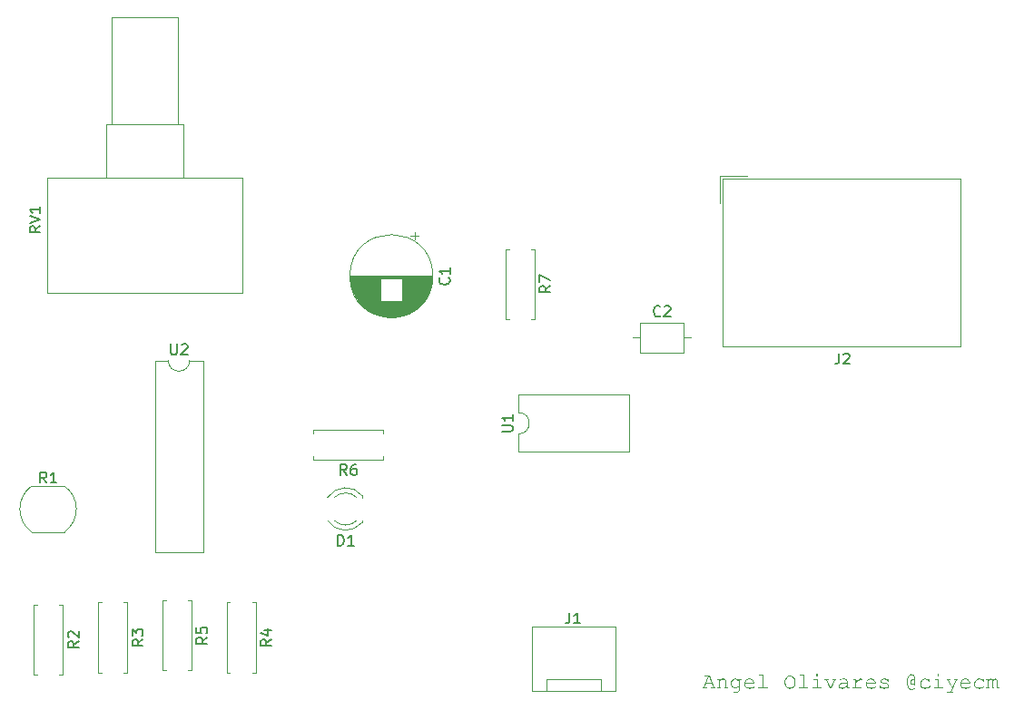
<source format=gbr>
%TF.GenerationSoftware,KiCad,Pcbnew,9.0.2*%
%TF.CreationDate,2025-06-20T12:04:20-04:00*%
%TF.ProjectId,Block,426c6f63-6b2e-46b6-9963-61645f706362,rev?*%
%TF.SameCoordinates,Original*%
%TF.FileFunction,Legend,Top*%
%TF.FilePolarity,Positive*%
%FSLAX46Y46*%
G04 Gerber Fmt 4.6, Leading zero omitted, Abs format (unit mm)*
G04 Created by KiCad (PCBNEW 9.0.2) date 2025-06-20 12:04:20*
%MOMM*%
%LPD*%
G01*
G04 APERTURE LIST*
%ADD10C,0.100000*%
%ADD11C,0.150000*%
%ADD12C,0.120000*%
G04 APERTURE END LIST*
D10*
G36*
X93120983Y-78657072D02*
G01*
X93187569Y-78657072D01*
X93215542Y-78660548D01*
X93231625Y-78669162D01*
X93241565Y-78682920D01*
X93244997Y-78701036D01*
X93241629Y-78718382D01*
X93231625Y-78732452D01*
X93215493Y-78741407D01*
X93187569Y-78745000D01*
X92866909Y-78745000D01*
X92838082Y-78741381D01*
X92821755Y-78732452D01*
X92811822Y-78718389D01*
X92808474Y-78701036D01*
X92811886Y-78682912D01*
X92821755Y-78669162D01*
X92838033Y-78660574D01*
X92866909Y-78657072D01*
X93030857Y-78657072D01*
X92912979Y-78346395D01*
X92347404Y-78346395D01*
X92231542Y-78657072D01*
X92396589Y-78657072D01*
X92424481Y-78660545D01*
X92440553Y-78669162D01*
X92450493Y-78682920D01*
X92453925Y-78701036D01*
X92450557Y-78718382D01*
X92440553Y-78732452D01*
X92424431Y-78741410D01*
X92396589Y-78745000D01*
X92074829Y-78745000D01*
X92046891Y-78741411D01*
X92030683Y-78732452D01*
X92020750Y-78718389D01*
X92017402Y-78701036D01*
X92020814Y-78682912D01*
X92030683Y-78669162D01*
X92046842Y-78660544D01*
X92074829Y-78657072D01*
X92141416Y-78657072D01*
X92289113Y-78258468D01*
X92380194Y-78258468D01*
X92880190Y-78258468D01*
X92642511Y-77631252D01*
X92610729Y-77631252D01*
X92380194Y-78258468D01*
X92289113Y-78258468D01*
X92521519Y-77631252D01*
X92267445Y-77631252D01*
X92239449Y-77627803D01*
X92223299Y-77619254D01*
X92213426Y-77605429D01*
X92210018Y-77587288D01*
X92213430Y-77569164D01*
X92223299Y-77555415D01*
X92239458Y-77546797D01*
X92267445Y-77543325D01*
X92700854Y-77543325D01*
X93120983Y-78657072D01*
G37*
G36*
X93610262Y-77854002D02*
G01*
X93610262Y-77982962D01*
X93701056Y-77903350D01*
X93773203Y-77858948D01*
X93849270Y-77833526D01*
X93937151Y-77824692D01*
X94031999Y-77835398D01*
X94116486Y-77866733D01*
X94169424Y-77905890D01*
X94220533Y-77968765D01*
X94255870Y-78042022D01*
X94267153Y-78114761D01*
X94267153Y-78657072D01*
X94339877Y-78657072D01*
X94367768Y-78660545D01*
X94383840Y-78669162D01*
X94393781Y-78682920D01*
X94397213Y-78701036D01*
X94393845Y-78718382D01*
X94383840Y-78732452D01*
X94367719Y-78741410D01*
X94339877Y-78745000D01*
X94109342Y-78745000D01*
X94080515Y-78741381D01*
X94064187Y-78732452D01*
X94054255Y-78718389D01*
X94050907Y-78701036D01*
X94054318Y-78682912D01*
X94064187Y-78669162D01*
X94080466Y-78660574D01*
X94109342Y-78657072D01*
X94181058Y-78657072D01*
X94181058Y-78129691D01*
X94173572Y-78071788D01*
X94151637Y-78021067D01*
X94114379Y-77975635D01*
X94066531Y-77941432D01*
X94008100Y-77920184D01*
X93936143Y-77912620D01*
X93855003Y-77921364D01*
X93788498Y-77946051D01*
X93722892Y-77994877D01*
X93610262Y-78111922D01*
X93610262Y-78657072D01*
X93707623Y-78657072D01*
X93735596Y-78660548D01*
X93751679Y-78669162D01*
X93761619Y-78682920D01*
X93765051Y-78701036D01*
X93761683Y-78718382D01*
X93751679Y-78732452D01*
X93735547Y-78741407D01*
X93707623Y-78745000D01*
X93426897Y-78745000D01*
X93398959Y-78741411D01*
X93382750Y-78732452D01*
X93372817Y-78718389D01*
X93369469Y-78701036D01*
X93372881Y-78682912D01*
X93382750Y-78669162D01*
X93398910Y-78660544D01*
X93426897Y-78657072D01*
X93524258Y-78657072D01*
X93524258Y-77941929D01*
X93451443Y-77941929D01*
X93423556Y-77938413D01*
X93407388Y-77929656D01*
X93397489Y-77915743D01*
X93394107Y-77897965D01*
X93397455Y-77880612D01*
X93407388Y-77866550D01*
X93423586Y-77857587D01*
X93451443Y-77854002D01*
X93610262Y-77854002D01*
G37*
G36*
X95164568Y-77832306D02*
G01*
X95241008Y-77854544D01*
X95311162Y-77891342D01*
X95376206Y-77943745D01*
X95436771Y-78013828D01*
X95436771Y-77854002D01*
X95638638Y-77854002D01*
X95666591Y-77857524D01*
X95682693Y-77866275D01*
X95692663Y-77880195D01*
X95696065Y-77897965D01*
X95692698Y-77915311D01*
X95682693Y-77929381D01*
X95666561Y-77938337D01*
X95638638Y-77941929D01*
X95522867Y-77941929D01*
X95522867Y-78801603D01*
X95513385Y-78884147D01*
X95485956Y-78955384D01*
X95455214Y-78998881D01*
X95403982Y-79048532D01*
X95346592Y-79091487D01*
X95299476Y-79117226D01*
X95247923Y-79132016D01*
X95173447Y-79137742D01*
X94929540Y-79137742D01*
X94901614Y-79134319D01*
X94885484Y-79125835D01*
X94875606Y-79112199D01*
X94872204Y-79094328D01*
X94875592Y-79076281D01*
X94885484Y-79062179D01*
X94901663Y-79053354D01*
X94929540Y-79049815D01*
X95176561Y-79049815D01*
X95249014Y-79039994D01*
X95313306Y-79010980D01*
X95368051Y-78964410D01*
X95414240Y-78897773D01*
X95430668Y-78851248D01*
X95436771Y-78788505D01*
X95436771Y-78531318D01*
X95376149Y-78601864D01*
X95311074Y-78654573D01*
X95240921Y-78691563D01*
X95164512Y-78713905D01*
X95080207Y-78721552D01*
X94994362Y-78713275D01*
X94915808Y-78688943D01*
X94842846Y-78648313D01*
X94774293Y-78589844D01*
X94717657Y-78520057D01*
X94677914Y-78444837D01*
X94653912Y-78362926D01*
X94645699Y-78272573D01*
X94732802Y-78272573D01*
X94739463Y-78346392D01*
X94758858Y-78412789D01*
X94790853Y-78473251D01*
X94836300Y-78528845D01*
X94891380Y-78575218D01*
X94950345Y-78607561D01*
X95014168Y-78626996D01*
X95084237Y-78633625D01*
X95154352Y-78627001D01*
X95218287Y-78607572D01*
X95277421Y-78575227D01*
X95332724Y-78528845D01*
X95378434Y-78473218D01*
X95410594Y-78412746D01*
X95430081Y-78346362D01*
X95436771Y-78272573D01*
X95430075Y-78198827D01*
X95410581Y-78132573D01*
X95378421Y-78072303D01*
X95332724Y-78016942D01*
X95277449Y-77970781D01*
X95218322Y-77938574D01*
X95154376Y-77919220D01*
X95084237Y-77912620D01*
X95014173Y-77919253D01*
X94950352Y-77938703D01*
X94891386Y-77971074D01*
X94836300Y-78017492D01*
X94790802Y-78073053D01*
X94758812Y-78133318D01*
X94739445Y-78199336D01*
X94732802Y-78272573D01*
X94645699Y-78272573D01*
X94653918Y-78182263D01*
X94677928Y-78100482D01*
X94717669Y-78025463D01*
X94774293Y-77955942D01*
X94842819Y-77897696D01*
X94915773Y-77857204D01*
X94994338Y-77832946D01*
X95080207Y-77824692D01*
X95164568Y-77832306D01*
G37*
G36*
X96493590Y-77833817D02*
G01*
X96584486Y-77860123D01*
X96665274Y-77903051D01*
X96737639Y-77963453D01*
X96796385Y-78036789D01*
X96838218Y-78119764D01*
X96863658Y-78214287D01*
X96871820Y-78322948D01*
X95994744Y-78322948D01*
X96012473Y-78403795D01*
X96041680Y-78474411D01*
X96082185Y-78536368D01*
X96134603Y-78590760D01*
X96195905Y-78634662D01*
X96263859Y-78666154D01*
X96339722Y-78685528D01*
X96425130Y-78692243D01*
X96521980Y-78684368D01*
X96626905Y-78659637D01*
X96725580Y-78620243D01*
X96799097Y-78573175D01*
X96818567Y-78560788D01*
X96832894Y-78557421D01*
X96848161Y-78560642D01*
X96861653Y-78570610D01*
X96870862Y-78584908D01*
X96873927Y-78601568D01*
X96870115Y-78618535D01*
X96857532Y-78636189D01*
X96821504Y-78666864D01*
X96765361Y-78699646D01*
X96682776Y-78734467D01*
X96555464Y-78768773D01*
X96425130Y-78780170D01*
X96316815Y-78770674D01*
X96220549Y-78743183D01*
X96134047Y-78698150D01*
X96055652Y-78634632D01*
X95990305Y-78557180D01*
X95944604Y-78473704D01*
X95917060Y-78382780D01*
X95907641Y-78282373D01*
X95912191Y-78235020D01*
X95995751Y-78235020D01*
X96784808Y-78235020D01*
X96758088Y-78144738D01*
X96713469Y-78067932D01*
X96649986Y-78002288D01*
X96573181Y-77952734D01*
X96487452Y-77922890D01*
X96390234Y-77912620D01*
X96293020Y-77922786D01*
X96207476Y-77952290D01*
X96131031Y-78001188D01*
X96067952Y-78066229D01*
X96023113Y-78143347D01*
X95995751Y-78235020D01*
X95912191Y-78235020D01*
X95916402Y-78191190D01*
X95942107Y-78108101D01*
X95984947Y-78031271D01*
X96046493Y-77959423D01*
X96119914Y-77900564D01*
X96200587Y-77858874D01*
X96290007Y-77833458D01*
X96390234Y-77824692D01*
X96493590Y-77833817D01*
G37*
G36*
X97708504Y-77455397D02*
G01*
X97708504Y-78657072D01*
X98046659Y-78657072D01*
X98075520Y-78660577D01*
X98091721Y-78669162D01*
X98101662Y-78682920D01*
X98105094Y-78701036D01*
X98101726Y-78718382D01*
X98091721Y-78732452D01*
X98075470Y-78741377D01*
X98046659Y-78745000D01*
X97284346Y-78745000D01*
X97256408Y-78741411D01*
X97240199Y-78732452D01*
X97230266Y-78718389D01*
X97226919Y-78701036D01*
X97230330Y-78682912D01*
X97240199Y-78669162D01*
X97256359Y-78660544D01*
X97284346Y-78657072D01*
X97622409Y-78657072D01*
X97622409Y-77543325D01*
X97374472Y-77543325D01*
X97346441Y-77539800D01*
X97329867Y-77530960D01*
X97319545Y-77516813D01*
X97316037Y-77498811D01*
X97319378Y-77481727D01*
X97329317Y-77467854D01*
X97345635Y-77458993D01*
X97374472Y-77455397D01*
X97708504Y-77455397D01*
G37*
G36*
X100275376Y-77528907D02*
G01*
X100362288Y-77555922D01*
X100446528Y-77601851D01*
X100521068Y-77662707D01*
X100584949Y-77738248D01*
X100638594Y-77830371D01*
X100677351Y-77930082D01*
X100700846Y-78036187D01*
X100708845Y-78150024D01*
X100700931Y-78263161D01*
X100677640Y-78369134D01*
X100639144Y-78469219D01*
X100585760Y-78561578D01*
X100521887Y-78637265D01*
X100447077Y-78698196D01*
X100362487Y-78744144D01*
X100275388Y-78771150D01*
X100184211Y-78780170D01*
X100084730Y-78769440D01*
X99991789Y-78737493D01*
X99903290Y-78683172D01*
X99817847Y-78603400D01*
X99749854Y-78510889D01*
X99700720Y-78406129D01*
X99670231Y-78286834D01*
X99659577Y-78150024D01*
X99745581Y-78150024D01*
X99754684Y-78268352D01*
X99780697Y-78371265D01*
X99822536Y-78461364D01*
X99880312Y-78540660D01*
X99953243Y-78609632D01*
X100027346Y-78656143D01*
X100103763Y-78683224D01*
X100184211Y-78692243D01*
X100276712Y-78681836D01*
X100358613Y-78651451D01*
X100432467Y-78600567D01*
X100499742Y-78526372D01*
X100553218Y-78440417D01*
X100591080Y-78349802D01*
X100613961Y-78253450D01*
X100621741Y-78150024D01*
X100613982Y-78047187D01*
X100591134Y-77951122D01*
X100553277Y-77860517D01*
X100499742Y-77774317D01*
X100432427Y-77699800D01*
X100358559Y-77648726D01*
X100276673Y-77618243D01*
X100184211Y-77607805D01*
X100097696Y-77617519D01*
X100018426Y-77646269D01*
X99944338Y-77695004D01*
X99874175Y-77766624D01*
X99818437Y-77849164D01*
X99778510Y-77939527D01*
X99754029Y-78039187D01*
X99745581Y-78150024D01*
X99659577Y-78150024D01*
X99670255Y-78012609D01*
X99700780Y-77893057D01*
X99749918Y-77788332D01*
X99817847Y-77696099D01*
X99903256Y-77616600D01*
X99991746Y-77562443D01*
X100084700Y-77530581D01*
X100184211Y-77519877D01*
X100275376Y-77528907D01*
G37*
G36*
X101484987Y-77455397D02*
G01*
X101484987Y-78657072D01*
X101823142Y-78657072D01*
X101852003Y-78660577D01*
X101868204Y-78669162D01*
X101878145Y-78682920D01*
X101881577Y-78701036D01*
X101878209Y-78718382D01*
X101868204Y-78732452D01*
X101851953Y-78741377D01*
X101823142Y-78745000D01*
X101060829Y-78745000D01*
X101032891Y-78741411D01*
X101016682Y-78732452D01*
X101006749Y-78718389D01*
X101003401Y-78701036D01*
X101006813Y-78682912D01*
X101016682Y-78669162D01*
X101032842Y-78660544D01*
X101060829Y-78657072D01*
X101398892Y-78657072D01*
X101398892Y-77543325D01*
X101150955Y-77543325D01*
X101122924Y-77539800D01*
X101106350Y-77530960D01*
X101096028Y-77516813D01*
X101092520Y-77498811D01*
X101095861Y-77481727D01*
X101105800Y-77467854D01*
X101122118Y-77458993D01*
X101150955Y-77455397D01*
X101484987Y-77455397D01*
G37*
G36*
X102742807Y-77414364D02*
G01*
X102742807Y-77637114D01*
X102615771Y-77637114D01*
X102615771Y-77414364D01*
X102742807Y-77414364D01*
G37*
G36*
X102745922Y-77854002D02*
G01*
X102745922Y-78657072D01*
X103083984Y-78657072D01*
X103112846Y-78660577D01*
X103129047Y-78669162D01*
X103138987Y-78682920D01*
X103142419Y-78701036D01*
X103139051Y-78718382D01*
X103129047Y-78732452D01*
X103112796Y-78741377D01*
X103083984Y-78745000D01*
X102321672Y-78745000D01*
X102293734Y-78741411D01*
X102277525Y-78732452D01*
X102267592Y-78718389D01*
X102264244Y-78701036D01*
X102267656Y-78682912D01*
X102277525Y-78669162D01*
X102293685Y-78660544D01*
X102321672Y-78657072D01*
X102659826Y-78657072D01*
X102659826Y-77941929D01*
X102408775Y-77941929D01*
X102380744Y-77938405D01*
X102364170Y-77929564D01*
X102353796Y-77915572D01*
X102350340Y-77898515D01*
X102353731Y-77880484D01*
X102363620Y-77866458D01*
X102379938Y-77857597D01*
X102408775Y-77854002D01*
X102745922Y-77854002D01*
G37*
G36*
X104034425Y-78745000D02*
G01*
X103888886Y-78745000D01*
X103535437Y-77941929D01*
X103447326Y-77941929D01*
X103419358Y-77938410D01*
X103403179Y-77929656D01*
X103393280Y-77915743D01*
X103389898Y-77897965D01*
X103393246Y-77880612D01*
X103403179Y-77866550D01*
X103419388Y-77857590D01*
X103447326Y-77854002D01*
X103770093Y-77854002D01*
X103797965Y-77857521D01*
X103814057Y-77866275D01*
X103824027Y-77880195D01*
X103827429Y-77897965D01*
X103824061Y-77915311D01*
X103814057Y-77929381D01*
X103797935Y-77938340D01*
X103770093Y-77941929D01*
X103627669Y-77941929D01*
X103943200Y-78657072D01*
X103981119Y-78657072D01*
X104290605Y-77941929D01*
X104147173Y-77941929D01*
X104119206Y-77938410D01*
X104103026Y-77929656D01*
X104093128Y-77915743D01*
X104089746Y-77897965D01*
X104093094Y-77880612D01*
X104103026Y-77866550D01*
X104119235Y-77857590D01*
X104147173Y-77854002D01*
X104470948Y-77854002D01*
X104499701Y-77857575D01*
X104515461Y-77866275D01*
X104525003Y-77880150D01*
X104528284Y-77897965D01*
X104525036Y-77915355D01*
X104515461Y-77929381D01*
X104499670Y-77938285D01*
X104470948Y-77941929D01*
X104383845Y-77941929D01*
X104034425Y-78745000D01*
G37*
G36*
X105312953Y-77834664D02*
G01*
X105395990Y-77862130D01*
X105461230Y-77905201D01*
X105513457Y-77963401D01*
X105542816Y-78023350D01*
X105552455Y-78087101D01*
X105552455Y-78657072D01*
X105667219Y-78657072D01*
X105696080Y-78660577D01*
X105712281Y-78669162D01*
X105722222Y-78682920D01*
X105725654Y-78701036D01*
X105722286Y-78718382D01*
X105712281Y-78732452D01*
X105696030Y-78741377D01*
X105667219Y-78745000D01*
X105465443Y-78745000D01*
X105465443Y-78620436D01*
X105366664Y-78692424D01*
X105267825Y-78741696D01*
X105167700Y-78770576D01*
X105064733Y-78780170D01*
X104964480Y-78770447D01*
X104885425Y-78743577D01*
X104822932Y-78701219D01*
X104774118Y-78643961D01*
X104745548Y-78580258D01*
X104735829Y-78507687D01*
X104735840Y-78507595D01*
X104821925Y-78507595D01*
X104828694Y-78556837D01*
X104848631Y-78600056D01*
X104882833Y-78638937D01*
X104926588Y-78667129D01*
X104984493Y-78685472D01*
X105060703Y-78692243D01*
X105169087Y-78680942D01*
X105268156Y-78647638D01*
X105361698Y-78592456D01*
X105465443Y-78505580D01*
X105465443Y-78315804D01*
X105337308Y-78290158D01*
X105194883Y-78281915D01*
X105072229Y-78292107D01*
X104976456Y-78319964D01*
X104901884Y-78362973D01*
X104856072Y-78407755D01*
X104830402Y-78455335D01*
X104821925Y-78507595D01*
X104735840Y-78507595D01*
X104742721Y-78447926D01*
X104763286Y-78392225D01*
X104798466Y-78339189D01*
X104850593Y-78287960D01*
X104909663Y-78249345D01*
X104983081Y-78219998D01*
X105073881Y-78200910D01*
X105185724Y-78193988D01*
X105314776Y-78201864D01*
X105465443Y-78226411D01*
X105465443Y-78087376D01*
X105458484Y-78043379D01*
X105437398Y-78003008D01*
X105399864Y-77964735D01*
X105353167Y-77937543D01*
X105289317Y-77919419D01*
X105203127Y-77912620D01*
X105094104Y-77925170D01*
X104921301Y-77972429D01*
X104879261Y-77982962D01*
X104864095Y-77979885D01*
X104851051Y-77970505D01*
X104842322Y-77956592D01*
X104839327Y-77939273D01*
X104842026Y-77922997D01*
X104849585Y-77911154D01*
X104875074Y-77896749D01*
X104965356Y-77868381D01*
X105116437Y-77833738D01*
X105207157Y-77824692D01*
X105312953Y-77834664D01*
G37*
G36*
X106373752Y-77854002D02*
G01*
X106373752Y-78072172D01*
X106534149Y-77938933D01*
X106625353Y-77879464D01*
X106708496Y-77846405D01*
X106779592Y-77836416D01*
X106829104Y-77842035D01*
X106876380Y-77858948D01*
X106922474Y-77888073D01*
X106976835Y-77939417D01*
X106988603Y-77966292D01*
X106985343Y-77984219D01*
X106975780Y-77998624D01*
X106961451Y-78008184D01*
X106943540Y-78011447D01*
X106926046Y-78007875D01*
X106899485Y-77985343D01*
X106863758Y-77954419D01*
X106836928Y-77937533D01*
X106810045Y-77927520D01*
X106784630Y-77924344D01*
X106726825Y-77934081D01*
X106648892Y-77968765D01*
X106557532Y-78031764D01*
X106373752Y-78185470D01*
X106373752Y-78657072D01*
X106754954Y-78657072D01*
X106783816Y-78660577D01*
X106800017Y-78669162D01*
X106809957Y-78682920D01*
X106813389Y-78701036D01*
X106810021Y-78718382D01*
X106800017Y-78732452D01*
X106783766Y-78741377D01*
X106754954Y-78745000D01*
X106079745Y-78745000D01*
X106051777Y-78741481D01*
X106035598Y-78732726D01*
X106025692Y-78718751D01*
X106022317Y-78701036D01*
X106025554Y-78683788D01*
X106035140Y-78669712D01*
X106051018Y-78660736D01*
X106079745Y-78657072D01*
X106287748Y-78657072D01*
X106287748Y-77941929D01*
X106128929Y-77941929D01*
X106100962Y-77938410D01*
X106084782Y-77929656D01*
X106074884Y-77915743D01*
X106071502Y-77897965D01*
X106074749Y-77880575D01*
X106084324Y-77866550D01*
X106100192Y-77857642D01*
X106128929Y-77854002D01*
X106373752Y-77854002D01*
G37*
G36*
X107823039Y-77833817D02*
G01*
X107913935Y-77860123D01*
X107994722Y-77903051D01*
X108067088Y-77963453D01*
X108125834Y-78036789D01*
X108167667Y-78119764D01*
X108193107Y-78214287D01*
X108201269Y-78322948D01*
X107324193Y-78322948D01*
X107341922Y-78403795D01*
X107371129Y-78474411D01*
X107411634Y-78536368D01*
X107464052Y-78590760D01*
X107525354Y-78634662D01*
X107593308Y-78666154D01*
X107669171Y-78685528D01*
X107754579Y-78692243D01*
X107851429Y-78684368D01*
X107956354Y-78659637D01*
X108055028Y-78620243D01*
X108128545Y-78573175D01*
X108148016Y-78560788D01*
X108162342Y-78557421D01*
X108177609Y-78560642D01*
X108191102Y-78570610D01*
X108200311Y-78584908D01*
X108203375Y-78601568D01*
X108199564Y-78618535D01*
X108186980Y-78636189D01*
X108150953Y-78666864D01*
X108094810Y-78699646D01*
X108012225Y-78734467D01*
X107884912Y-78768773D01*
X107754579Y-78780170D01*
X107646264Y-78770674D01*
X107549998Y-78743183D01*
X107463496Y-78698150D01*
X107385101Y-78634632D01*
X107319754Y-78557180D01*
X107274053Y-78473704D01*
X107246509Y-78382780D01*
X107237090Y-78282373D01*
X107241640Y-78235020D01*
X107325200Y-78235020D01*
X108114257Y-78235020D01*
X108087537Y-78144738D01*
X108042918Y-78067932D01*
X107979435Y-78002288D01*
X107902630Y-77952734D01*
X107816901Y-77922890D01*
X107719683Y-77912620D01*
X107622469Y-77922786D01*
X107536924Y-77952290D01*
X107460480Y-78001188D01*
X107397401Y-78066229D01*
X107352562Y-78143347D01*
X107325200Y-78235020D01*
X107241640Y-78235020D01*
X107245851Y-78191190D01*
X107271556Y-78108101D01*
X107314395Y-78031271D01*
X107375942Y-77959423D01*
X107449363Y-77900564D01*
X107530036Y-77858874D01*
X107619456Y-77833458D01*
X107719683Y-77824692D01*
X107823039Y-77833817D01*
G37*
G36*
X109278746Y-77912620D02*
G01*
X109282250Y-77884499D01*
X109291019Y-77867923D01*
X109304918Y-77857472D01*
X109321794Y-77854002D01*
X109339564Y-77857404D01*
X109353484Y-77867374D01*
X109362271Y-77883616D01*
X109365849Y-77912528D01*
X109365849Y-78060265D01*
X109362327Y-78088313D01*
X109353576Y-78104503D01*
X109339651Y-78114398D01*
X109321794Y-78117784D01*
X109305661Y-78114942D01*
X109292576Y-78106610D01*
X109283702Y-78092974D01*
X109278838Y-78070065D01*
X109269242Y-78032328D01*
X109248604Y-77999176D01*
X109215273Y-77969498D01*
X109156630Y-77939181D01*
X109083656Y-77919680D01*
X108992890Y-77912620D01*
X108898102Y-77920081D01*
X108824825Y-77940345D01*
X108768492Y-77971330D01*
X108733177Y-78004061D01*
X108714125Y-78036566D01*
X108708042Y-78070157D01*
X108715344Y-78107513D01*
X108737896Y-78141355D01*
X108779758Y-78173196D01*
X108840559Y-78196053D01*
X108966237Y-78217435D01*
X109131574Y-78240678D01*
X109215273Y-78261582D01*
X109278652Y-78290184D01*
X109327147Y-78323482D01*
X109363285Y-78361233D01*
X109390733Y-78405595D01*
X109406701Y-78451122D01*
X109412011Y-78498803D01*
X109400973Y-78567342D01*
X109367176Y-78631766D01*
X109306407Y-78694441D01*
X109252157Y-78729604D01*
X109184507Y-78756384D01*
X109100603Y-78773834D01*
X108997012Y-78780170D01*
X108895495Y-78773003D01*
X108807330Y-78752579D01*
X108730393Y-78719917D01*
X108662979Y-78675207D01*
X108658858Y-78720362D01*
X108643928Y-78737855D01*
X108619931Y-78745000D01*
X108602927Y-78741699D01*
X108589157Y-78731902D01*
X108580397Y-78716018D01*
X108576884Y-78688579D01*
X108576884Y-78514190D01*
X108580257Y-78486692D01*
X108588607Y-78470867D01*
X108602140Y-78461131D01*
X108619931Y-78457770D01*
X108636996Y-78460928D01*
X108651164Y-78470318D01*
X108660649Y-78484633D01*
X108663987Y-78503840D01*
X108670125Y-78546975D01*
X108687526Y-78580960D01*
X108731538Y-78623213D01*
X108801831Y-78660736D01*
X108885362Y-78683748D01*
X108993898Y-78692243D01*
X109104727Y-78683974D01*
X109185728Y-78662107D01*
X109243941Y-78629686D01*
X109292286Y-78583708D01*
X109317901Y-78540149D01*
X109325915Y-78497154D01*
X109317106Y-78448365D01*
X109290636Y-78406274D01*
X109242934Y-78368835D01*
X109184786Y-78342489D01*
X109105113Y-78320408D01*
X108998477Y-78304263D01*
X108849848Y-78283109D01*
X108768492Y-78261124D01*
X108705658Y-78227103D01*
X108659865Y-78180982D01*
X108630498Y-78125034D01*
X108620939Y-78066035D01*
X108627598Y-78013914D01*
X108647113Y-77968155D01*
X108680246Y-77927076D01*
X108729566Y-77889905D01*
X108804509Y-77854439D01*
X108890170Y-77832404D01*
X108988769Y-77824692D01*
X109104707Y-77835320D01*
X109199981Y-77865134D01*
X109278746Y-77912620D01*
G37*
G36*
X111595900Y-77423379D02*
G01*
X111669364Y-77449902D01*
X111734186Y-77495596D01*
X111794386Y-77568329D01*
X111824280Y-77625642D01*
X111842449Y-77688824D01*
X111848700Y-77759296D01*
X111848700Y-78352257D01*
X111867214Y-78356988D01*
X111879383Y-78365904D01*
X111886977Y-78378674D01*
X111889641Y-78395213D01*
X111882955Y-78419760D01*
X111866560Y-78435513D01*
X111832305Y-78440184D01*
X111762604Y-78440184D01*
X111762604Y-78425988D01*
X111715526Y-78432216D01*
X111675501Y-78434323D01*
X111594704Y-78425127D01*
X111526857Y-78398830D01*
X111469055Y-78355554D01*
X111424133Y-78298945D01*
X111397661Y-78236125D01*
X111388638Y-78164862D01*
X111388863Y-78163213D01*
X111474642Y-78163213D01*
X111480971Y-78212951D01*
X111499405Y-78255954D01*
X111530512Y-78293913D01*
X111570762Y-78322094D01*
X111621821Y-78339938D01*
X111686767Y-78346395D01*
X111723128Y-78343831D01*
X111762604Y-78337144D01*
X111762604Y-77941929D01*
X111674779Y-77950785D01*
X111605554Y-77973938D01*
X111550937Y-78009890D01*
X111507381Y-78058348D01*
X111482766Y-78108873D01*
X111474642Y-78163213D01*
X111388863Y-78163213D01*
X111399636Y-78084226D01*
X111432251Y-78012053D01*
X111488472Y-77945776D01*
X111540737Y-77906997D01*
X111602528Y-77878462D01*
X111675695Y-77860414D01*
X111762604Y-77854002D01*
X111762604Y-77755724D01*
X111754461Y-77684212D01*
X111731186Y-77624259D01*
X111692903Y-77573275D01*
X111642763Y-77533929D01*
X111585447Y-77510411D01*
X111518697Y-77502292D01*
X111448202Y-77511469D01*
X111381402Y-77539203D01*
X111340808Y-77567997D01*
X111308679Y-77601760D01*
X111263936Y-77671079D01*
X111224140Y-77757098D01*
X111198384Y-77853958D01*
X111188786Y-77982046D01*
X111188786Y-78321391D01*
X111195010Y-78420732D01*
X111212845Y-78508575D01*
X111241431Y-78586561D01*
X111280469Y-78656065D01*
X111331741Y-78716795D01*
X111389086Y-78758407D01*
X111453734Y-78783318D01*
X111527948Y-78791894D01*
X111628004Y-78782731D01*
X111702873Y-78758035D01*
X111758483Y-78720178D01*
X111776464Y-78707631D01*
X111792280Y-78703967D01*
X111808476Y-78707061D01*
X111822047Y-78716331D01*
X111831292Y-78729754D01*
X111834320Y-78745091D01*
X111822188Y-78775540D01*
X111772862Y-78817082D01*
X111704494Y-78850528D01*
X111620013Y-78872045D01*
X111515675Y-78879822D01*
X111436289Y-78872066D01*
X111365557Y-78849505D01*
X111302524Y-78813136D01*
X111251251Y-78765791D01*
X111222813Y-78727503D01*
X111182558Y-78656980D01*
X111147255Y-78581265D01*
X111126229Y-78520418D01*
X111109023Y-78432931D01*
X111102691Y-78322215D01*
X111102691Y-77977100D01*
X111112194Y-77846411D01*
X111139277Y-77733103D01*
X111182627Y-77634347D01*
X111242092Y-77547904D01*
X111302210Y-77488197D01*
X111366789Y-77447149D01*
X111436991Y-77422692D01*
X111514667Y-77414364D01*
X111595900Y-77423379D01*
G37*
G36*
X113130059Y-77943028D02*
G01*
X113130059Y-77913719D01*
X113133621Y-77884187D01*
X113142332Y-77867649D01*
X113156209Y-77857413D01*
X113173107Y-77854002D01*
X113190885Y-77857384D01*
X113204797Y-77867282D01*
X113213589Y-77883503D01*
X113217162Y-77912254D01*
X113217162Y-78106427D01*
X113212938Y-78135235D01*
X113204339Y-78151398D01*
X113190804Y-78161281D01*
X113173107Y-78164678D01*
X113157010Y-78161734D01*
X113143889Y-78153046D01*
X113134998Y-78138786D01*
X113130059Y-78114120D01*
X113118211Y-78070196D01*
X113088140Y-78025186D01*
X113034255Y-77977466D01*
X112971294Y-77942918D01*
X112892203Y-77920689D01*
X112792912Y-77912620D01*
X112698403Y-77920945D01*
X112620389Y-77944308D01*
X112555652Y-77981443D01*
X112501927Y-78032696D01*
X112446481Y-78117035D01*
X112413668Y-78207859D01*
X112402551Y-78307561D01*
X112409753Y-78389446D01*
X112430529Y-78461599D01*
X112464450Y-78525852D01*
X112512185Y-78583524D01*
X112570182Y-78630532D01*
X112635751Y-78664208D01*
X112710364Y-78684994D01*
X112796026Y-78692243D01*
X112896128Y-78683249D01*
X113000366Y-78655423D01*
X113066978Y-78626164D01*
X113129521Y-78586859D01*
X113188494Y-78536813D01*
X113210247Y-78520709D01*
X113226413Y-78516388D01*
X113242472Y-78519396D01*
X113255539Y-78528295D01*
X113264365Y-78541443D01*
X113267354Y-78557604D01*
X113259621Y-78583604D01*
X113230006Y-78619391D01*
X113163856Y-78669895D01*
X113077930Y-78718171D01*
X112987940Y-78752436D01*
X112892966Y-78773144D01*
X112791905Y-78780170D01*
X112689860Y-78771368D01*
X112600326Y-78746035D01*
X112520992Y-78704807D01*
X112450178Y-78646997D01*
X112391971Y-78576385D01*
X112350592Y-78497714D01*
X112325243Y-78409370D01*
X112316455Y-78309118D01*
X112325411Y-78206888D01*
X112351290Y-78116425D01*
X112393604Y-78035509D01*
X112453201Y-77962537D01*
X112525804Y-77902406D01*
X112606304Y-77859767D01*
X112696305Y-77833708D01*
X112798041Y-77824692D01*
X112895414Y-77832496D01*
X112982031Y-77855035D01*
X113059769Y-77891738D01*
X113130059Y-77943028D01*
G37*
G36*
X114072256Y-77414364D02*
G01*
X114072256Y-77637114D01*
X113945219Y-77637114D01*
X113945219Y-77414364D01*
X114072256Y-77414364D01*
G37*
G36*
X114075370Y-77854002D02*
G01*
X114075370Y-78657072D01*
X114413433Y-78657072D01*
X114442294Y-78660577D01*
X114458496Y-78669162D01*
X114468436Y-78682920D01*
X114471868Y-78701036D01*
X114468500Y-78718382D01*
X114458496Y-78732452D01*
X114442245Y-78741377D01*
X114413433Y-78745000D01*
X113651120Y-78745000D01*
X113623182Y-78741411D01*
X113606974Y-78732452D01*
X113597041Y-78718389D01*
X113593693Y-78701036D01*
X113597105Y-78682912D01*
X113606974Y-78669162D01*
X113623133Y-78660544D01*
X113651120Y-78657072D01*
X113989275Y-78657072D01*
X113989275Y-77941929D01*
X113738224Y-77941929D01*
X113710193Y-77938405D01*
X113693619Y-77929564D01*
X113683245Y-77915572D01*
X113679788Y-77898515D01*
X113683180Y-77880484D01*
X113693069Y-77866458D01*
X113709387Y-77857597D01*
X113738224Y-77854002D01*
X114075370Y-77854002D01*
G37*
G36*
X115294173Y-78743076D02*
G01*
X114894561Y-77941929D01*
X114868915Y-77941929D01*
X114841058Y-77938343D01*
X114824860Y-77929381D01*
X114814927Y-77915319D01*
X114811579Y-77897965D01*
X114818174Y-77873968D01*
X114835576Y-77858581D01*
X114868915Y-77854002D01*
X115104671Y-77854002D01*
X115132543Y-77857521D01*
X115148634Y-77866275D01*
X115158605Y-77880195D01*
X115162007Y-77897965D01*
X115158639Y-77915311D01*
X115148634Y-77929381D01*
X115132513Y-77938340D01*
X115104671Y-77941929D01*
X114988808Y-77941929D01*
X115340334Y-78646631D01*
X115686640Y-77941929D01*
X115570869Y-77941929D01*
X115542902Y-77938410D01*
X115526722Y-77929656D01*
X115516824Y-77915743D01*
X115513442Y-77897965D01*
X115516790Y-77880612D01*
X115526722Y-77866550D01*
X115542931Y-77857590D01*
X115570869Y-77854002D01*
X115805525Y-77854002D01*
X115834367Y-77857554D01*
X115850588Y-77866275D01*
X115860558Y-77880195D01*
X115863961Y-77897965D01*
X115855717Y-77923153D01*
X115837308Y-77938265D01*
X115779880Y-77941929D01*
X115234730Y-79049815D01*
X115369002Y-79049815D01*
X115396904Y-79053264D01*
X115412966Y-79061813D01*
X115422910Y-79075646D01*
X115426338Y-79093778D01*
X115422971Y-79111124D01*
X115412966Y-79125194D01*
X115396845Y-79134153D01*
X115369002Y-79137742D01*
X114873037Y-79137742D01*
X114845131Y-79134272D01*
X114828982Y-79125652D01*
X114819113Y-79111902D01*
X114815701Y-79093778D01*
X114819109Y-79075638D01*
X114828982Y-79061813D01*
X114845121Y-79053261D01*
X114873037Y-79049815D01*
X115142589Y-79049815D01*
X115294173Y-78743076D01*
G37*
G36*
X116634832Y-77833817D02*
G01*
X116725728Y-77860123D01*
X116806516Y-77903051D01*
X116878881Y-77963453D01*
X116937627Y-78036789D01*
X116979460Y-78119764D01*
X117004900Y-78214287D01*
X117013062Y-78322948D01*
X116135986Y-78322948D01*
X116153715Y-78403795D01*
X116182922Y-78474411D01*
X116223427Y-78536368D01*
X116275846Y-78590760D01*
X116337147Y-78634662D01*
X116405101Y-78666154D01*
X116480965Y-78685528D01*
X116566372Y-78692243D01*
X116663222Y-78684368D01*
X116768148Y-78659637D01*
X116866822Y-78620243D01*
X116940339Y-78573175D01*
X116959809Y-78560788D01*
X116974136Y-78557421D01*
X116989403Y-78560642D01*
X117002896Y-78570610D01*
X117012104Y-78584908D01*
X117015169Y-78601568D01*
X117011357Y-78618535D01*
X116998774Y-78636189D01*
X116962747Y-78666864D01*
X116906603Y-78699646D01*
X116824018Y-78734467D01*
X116696706Y-78768773D01*
X116566372Y-78780170D01*
X116458057Y-78770674D01*
X116361792Y-78743183D01*
X116275289Y-78698150D01*
X116196894Y-78634632D01*
X116131547Y-78557180D01*
X116085846Y-78473704D01*
X116058303Y-78382780D01*
X116048883Y-78282373D01*
X116053433Y-78235020D01*
X116136994Y-78235020D01*
X116926051Y-78235020D01*
X116899331Y-78144738D01*
X116854712Y-78067932D01*
X116791229Y-78002288D01*
X116714423Y-77952734D01*
X116628694Y-77922890D01*
X116531476Y-77912620D01*
X116434262Y-77922786D01*
X116348718Y-77952290D01*
X116272274Y-78001188D01*
X116209195Y-78066229D01*
X116164355Y-78143347D01*
X116136994Y-78235020D01*
X116053433Y-78235020D01*
X116057644Y-78191190D01*
X116083349Y-78108101D01*
X116126189Y-78031271D01*
X116187735Y-77959423D01*
X116261157Y-77900564D01*
X116341829Y-77858874D01*
X116431250Y-77833458D01*
X116531476Y-77824692D01*
X116634832Y-77833817D01*
G37*
G36*
X118165369Y-77943028D02*
G01*
X118165369Y-77913719D01*
X118168932Y-77884187D01*
X118177643Y-77867649D01*
X118191519Y-77857413D01*
X118208417Y-77854002D01*
X118226195Y-77857384D01*
X118240108Y-77867282D01*
X118248899Y-77883503D01*
X118252472Y-77912254D01*
X118252472Y-78106427D01*
X118248248Y-78135235D01*
X118239650Y-78151398D01*
X118226114Y-78161281D01*
X118208417Y-78164678D01*
X118192321Y-78161734D01*
X118179200Y-78153046D01*
X118170309Y-78138786D01*
X118165369Y-78114120D01*
X118153522Y-78070196D01*
X118123451Y-78025186D01*
X118069565Y-77977466D01*
X118006604Y-77942918D01*
X117927514Y-77920689D01*
X117828223Y-77912620D01*
X117733713Y-77920945D01*
X117655700Y-77944308D01*
X117590962Y-77981443D01*
X117537238Y-78032696D01*
X117481791Y-78117035D01*
X117448979Y-78207859D01*
X117437862Y-78307561D01*
X117445063Y-78389446D01*
X117465840Y-78461599D01*
X117499761Y-78525852D01*
X117547496Y-78583524D01*
X117605492Y-78630532D01*
X117671061Y-78664208D01*
X117745674Y-78684994D01*
X117831337Y-78692243D01*
X117931438Y-78683249D01*
X118035676Y-78655423D01*
X118102288Y-78626164D01*
X118164831Y-78586859D01*
X118223804Y-78536813D01*
X118245557Y-78520709D01*
X118261723Y-78516388D01*
X118277782Y-78519396D01*
X118290849Y-78528295D01*
X118299675Y-78541443D01*
X118302664Y-78557604D01*
X118294931Y-78583604D01*
X118265316Y-78619391D01*
X118199166Y-78669895D01*
X118113241Y-78718171D01*
X118023250Y-78752436D01*
X117928276Y-78773144D01*
X117827215Y-78780170D01*
X117725171Y-78771368D01*
X117635637Y-78746035D01*
X117556302Y-78704807D01*
X117485489Y-78646997D01*
X117427281Y-78576385D01*
X117385903Y-78497714D01*
X117360554Y-78409370D01*
X117351766Y-78309118D01*
X117360722Y-78206888D01*
X117386601Y-78116425D01*
X117428914Y-78035509D01*
X117488511Y-77962537D01*
X117561115Y-77902406D01*
X117641615Y-77859767D01*
X117731615Y-77833708D01*
X117833352Y-77824692D01*
X117930724Y-77832496D01*
X118017341Y-77855035D01*
X118095080Y-77891738D01*
X118165369Y-77943028D01*
G37*
G36*
X118673150Y-77854002D02*
G01*
X118673150Y-77943394D01*
X118732783Y-77887668D01*
X118788612Y-77851440D01*
X118841708Y-77831191D01*
X118893427Y-77824692D01*
X118956490Y-77833776D01*
X119010205Y-77860321D01*
X119054976Y-77903252D01*
X119094286Y-77968032D01*
X119154227Y-77902978D01*
X119210515Y-77860321D01*
X119270710Y-77833273D01*
X119328942Y-77824692D01*
X119388440Y-77831803D01*
X119437130Y-77851989D01*
X119477503Y-77885143D01*
X119518870Y-77940353D01*
X119542458Y-77996558D01*
X119550226Y-78055319D01*
X119550226Y-78657072D01*
X119622950Y-78657072D01*
X119650922Y-78660548D01*
X119667005Y-78669162D01*
X119676945Y-78682920D01*
X119680377Y-78701036D01*
X119677009Y-78718382D01*
X119667005Y-78732452D01*
X119650873Y-78741407D01*
X119622950Y-78745000D01*
X119464131Y-78745000D01*
X119464131Y-78064478D01*
X119453837Y-78003690D01*
X119424105Y-77955759D01*
X119380389Y-77923073D01*
X119331965Y-77912620D01*
X119285387Y-77920826D01*
X119232497Y-77948066D01*
X119181922Y-77994485D01*
X119113703Y-78087101D01*
X119113703Y-78657072D01*
X119185419Y-78657072D01*
X119213392Y-78660548D01*
X119229474Y-78669162D01*
X119239415Y-78682920D01*
X119242847Y-78701036D01*
X119239479Y-78718382D01*
X119229474Y-78732452D01*
X119213342Y-78741407D01*
X119185419Y-78745000D01*
X119026600Y-78745000D01*
X119026600Y-78070706D01*
X119016131Y-78007002D01*
X118986117Y-77957316D01*
X118942112Y-77923262D01*
X118895442Y-77912620D01*
X118850522Y-77919764D01*
X118804217Y-77942387D01*
X118744518Y-77994896D01*
X118673150Y-78087101D01*
X118673150Y-78657072D01*
X118745874Y-78657072D01*
X118773765Y-78660545D01*
X118789837Y-78669162D01*
X118799778Y-78682920D01*
X118803210Y-78701036D01*
X118799842Y-78718382D01*
X118789837Y-78732452D01*
X118773716Y-78741410D01*
X118745874Y-78745000D01*
X118514240Y-78745000D01*
X118486382Y-78741414D01*
X118470184Y-78732452D01*
X118460252Y-78718389D01*
X118456904Y-78701036D01*
X118460316Y-78682912D01*
X118470184Y-78669162D01*
X118486333Y-78660542D01*
X118514240Y-78657072D01*
X118587055Y-78657072D01*
X118587055Y-77941929D01*
X118514240Y-77941929D01*
X118486353Y-77938413D01*
X118470184Y-77929656D01*
X118460286Y-77915743D01*
X118456904Y-77897965D01*
X118460252Y-77880612D01*
X118470184Y-77866550D01*
X118486382Y-77857587D01*
X118514240Y-77854002D01*
X118673150Y-77854002D01*
G37*
D11*
X30254819Y-35595238D02*
X29778628Y-35928571D01*
X30254819Y-36166666D02*
X29254819Y-36166666D01*
X29254819Y-36166666D02*
X29254819Y-35785714D01*
X29254819Y-35785714D02*
X29302438Y-35690476D01*
X29302438Y-35690476D02*
X29350057Y-35642857D01*
X29350057Y-35642857D02*
X29445295Y-35595238D01*
X29445295Y-35595238D02*
X29588152Y-35595238D01*
X29588152Y-35595238D02*
X29683390Y-35642857D01*
X29683390Y-35642857D02*
X29731009Y-35690476D01*
X29731009Y-35690476D02*
X29778628Y-35785714D01*
X29778628Y-35785714D02*
X29778628Y-36166666D01*
X29254819Y-35309523D02*
X30254819Y-34976190D01*
X30254819Y-34976190D02*
X29254819Y-34642857D01*
X30254819Y-33785714D02*
X30254819Y-34357142D01*
X30254819Y-34071428D02*
X29254819Y-34071428D01*
X29254819Y-34071428D02*
X29397676Y-34166666D01*
X29397676Y-34166666D02*
X29492914Y-34261904D01*
X29492914Y-34261904D02*
X29540533Y-34357142D01*
X88083333Y-43939580D02*
X88035714Y-43987200D01*
X88035714Y-43987200D02*
X87892857Y-44034819D01*
X87892857Y-44034819D02*
X87797619Y-44034819D01*
X87797619Y-44034819D02*
X87654762Y-43987200D01*
X87654762Y-43987200D02*
X87559524Y-43891961D01*
X87559524Y-43891961D02*
X87511905Y-43796723D01*
X87511905Y-43796723D02*
X87464286Y-43606247D01*
X87464286Y-43606247D02*
X87464286Y-43463390D01*
X87464286Y-43463390D02*
X87511905Y-43272914D01*
X87511905Y-43272914D02*
X87559524Y-43177676D01*
X87559524Y-43177676D02*
X87654762Y-43082438D01*
X87654762Y-43082438D02*
X87797619Y-43034819D01*
X87797619Y-43034819D02*
X87892857Y-43034819D01*
X87892857Y-43034819D02*
X88035714Y-43082438D01*
X88035714Y-43082438D02*
X88083333Y-43130057D01*
X88464286Y-43130057D02*
X88511905Y-43082438D01*
X88511905Y-43082438D02*
X88607143Y-43034819D01*
X88607143Y-43034819D02*
X88845238Y-43034819D01*
X88845238Y-43034819D02*
X88940476Y-43082438D01*
X88940476Y-43082438D02*
X88988095Y-43130057D01*
X88988095Y-43130057D02*
X89035714Y-43225295D01*
X89035714Y-43225295D02*
X89035714Y-43320533D01*
X89035714Y-43320533D02*
X88988095Y-43463390D01*
X88988095Y-43463390D02*
X88416667Y-44034819D01*
X88416667Y-44034819D02*
X89035714Y-44034819D01*
X58833333Y-58824819D02*
X58500000Y-58348628D01*
X58261905Y-58824819D02*
X58261905Y-57824819D01*
X58261905Y-57824819D02*
X58642857Y-57824819D01*
X58642857Y-57824819D02*
X58738095Y-57872438D01*
X58738095Y-57872438D02*
X58785714Y-57920057D01*
X58785714Y-57920057D02*
X58833333Y-58015295D01*
X58833333Y-58015295D02*
X58833333Y-58158152D01*
X58833333Y-58158152D02*
X58785714Y-58253390D01*
X58785714Y-58253390D02*
X58738095Y-58301009D01*
X58738095Y-58301009D02*
X58642857Y-58348628D01*
X58642857Y-58348628D02*
X58261905Y-58348628D01*
X59690476Y-57824819D02*
X59500000Y-57824819D01*
X59500000Y-57824819D02*
X59404762Y-57872438D01*
X59404762Y-57872438D02*
X59357143Y-57920057D01*
X59357143Y-57920057D02*
X59261905Y-58062914D01*
X59261905Y-58062914D02*
X59214286Y-58253390D01*
X59214286Y-58253390D02*
X59214286Y-58634342D01*
X59214286Y-58634342D02*
X59261905Y-58729580D01*
X59261905Y-58729580D02*
X59309524Y-58777200D01*
X59309524Y-58777200D02*
X59404762Y-58824819D01*
X59404762Y-58824819D02*
X59595238Y-58824819D01*
X59595238Y-58824819D02*
X59690476Y-58777200D01*
X59690476Y-58777200D02*
X59738095Y-58729580D01*
X59738095Y-58729580D02*
X59785714Y-58634342D01*
X59785714Y-58634342D02*
X59785714Y-58396247D01*
X59785714Y-58396247D02*
X59738095Y-58301009D01*
X59738095Y-58301009D02*
X59690476Y-58253390D01*
X59690476Y-58253390D02*
X59595238Y-58205771D01*
X59595238Y-58205771D02*
X59404762Y-58205771D01*
X59404762Y-58205771D02*
X59309524Y-58253390D01*
X59309524Y-58253390D02*
X59261905Y-58301009D01*
X59261905Y-58301009D02*
X59214286Y-58396247D01*
X45824819Y-73976666D02*
X45348628Y-74309999D01*
X45824819Y-74548094D02*
X44824819Y-74548094D01*
X44824819Y-74548094D02*
X44824819Y-74167142D01*
X44824819Y-74167142D02*
X44872438Y-74071904D01*
X44872438Y-74071904D02*
X44920057Y-74024285D01*
X44920057Y-74024285D02*
X45015295Y-73976666D01*
X45015295Y-73976666D02*
X45158152Y-73976666D01*
X45158152Y-73976666D02*
X45253390Y-74024285D01*
X45253390Y-74024285D02*
X45301009Y-74071904D01*
X45301009Y-74071904D02*
X45348628Y-74167142D01*
X45348628Y-74167142D02*
X45348628Y-74548094D01*
X44824819Y-73071904D02*
X44824819Y-73548094D01*
X44824819Y-73548094D02*
X45301009Y-73595713D01*
X45301009Y-73595713D02*
X45253390Y-73548094D01*
X45253390Y-73548094D02*
X45205771Y-73452856D01*
X45205771Y-73452856D02*
X45205771Y-73214761D01*
X45205771Y-73214761D02*
X45253390Y-73119523D01*
X45253390Y-73119523D02*
X45301009Y-73071904D01*
X45301009Y-73071904D02*
X45396247Y-73024285D01*
X45396247Y-73024285D02*
X45634342Y-73024285D01*
X45634342Y-73024285D02*
X45729580Y-73071904D01*
X45729580Y-73071904D02*
X45777200Y-73119523D01*
X45777200Y-73119523D02*
X45824819Y-73214761D01*
X45824819Y-73214761D02*
X45824819Y-73452856D01*
X45824819Y-73452856D02*
X45777200Y-73548094D01*
X45777200Y-73548094D02*
X45729580Y-73595713D01*
X79616666Y-71679819D02*
X79616666Y-72394104D01*
X79616666Y-72394104D02*
X79569047Y-72536961D01*
X79569047Y-72536961D02*
X79473809Y-72632200D01*
X79473809Y-72632200D02*
X79330952Y-72679819D01*
X79330952Y-72679819D02*
X79235714Y-72679819D01*
X80616666Y-72679819D02*
X80045238Y-72679819D01*
X80330952Y-72679819D02*
X80330952Y-71679819D01*
X80330952Y-71679819D02*
X80235714Y-71822676D01*
X80235714Y-71822676D02*
X80140476Y-71917914D01*
X80140476Y-71917914D02*
X80045238Y-71965533D01*
X77824819Y-41166666D02*
X77348628Y-41499999D01*
X77824819Y-41738094D02*
X76824819Y-41738094D01*
X76824819Y-41738094D02*
X76824819Y-41357142D01*
X76824819Y-41357142D02*
X76872438Y-41261904D01*
X76872438Y-41261904D02*
X76920057Y-41214285D01*
X76920057Y-41214285D02*
X77015295Y-41166666D01*
X77015295Y-41166666D02*
X77158152Y-41166666D01*
X77158152Y-41166666D02*
X77253390Y-41214285D01*
X77253390Y-41214285D02*
X77301009Y-41261904D01*
X77301009Y-41261904D02*
X77348628Y-41357142D01*
X77348628Y-41357142D02*
X77348628Y-41738094D01*
X76824819Y-40833332D02*
X76824819Y-40166666D01*
X76824819Y-40166666D02*
X77824819Y-40595237D01*
X73314819Y-54756904D02*
X74124342Y-54756904D01*
X74124342Y-54756904D02*
X74219580Y-54709285D01*
X74219580Y-54709285D02*
X74267200Y-54661666D01*
X74267200Y-54661666D02*
X74314819Y-54566428D01*
X74314819Y-54566428D02*
X74314819Y-54375952D01*
X74314819Y-54375952D02*
X74267200Y-54280714D01*
X74267200Y-54280714D02*
X74219580Y-54233095D01*
X74219580Y-54233095D02*
X74124342Y-54185476D01*
X74124342Y-54185476D02*
X73314819Y-54185476D01*
X74314819Y-53185476D02*
X74314819Y-53756904D01*
X74314819Y-53471190D02*
X73314819Y-53471190D01*
X73314819Y-53471190D02*
X73457676Y-53566428D01*
X73457676Y-53566428D02*
X73552914Y-53661666D01*
X73552914Y-53661666D02*
X73600533Y-53756904D01*
X39824819Y-74166666D02*
X39348628Y-74499999D01*
X39824819Y-74738094D02*
X38824819Y-74738094D01*
X38824819Y-74738094D02*
X38824819Y-74357142D01*
X38824819Y-74357142D02*
X38872438Y-74261904D01*
X38872438Y-74261904D02*
X38920057Y-74214285D01*
X38920057Y-74214285D02*
X39015295Y-74166666D01*
X39015295Y-74166666D02*
X39158152Y-74166666D01*
X39158152Y-74166666D02*
X39253390Y-74214285D01*
X39253390Y-74214285D02*
X39301009Y-74261904D01*
X39301009Y-74261904D02*
X39348628Y-74357142D01*
X39348628Y-74357142D02*
X39348628Y-74738094D01*
X38824819Y-73833332D02*
X38824819Y-73214285D01*
X38824819Y-73214285D02*
X39205771Y-73547618D01*
X39205771Y-73547618D02*
X39205771Y-73404761D01*
X39205771Y-73404761D02*
X39253390Y-73309523D01*
X39253390Y-73309523D02*
X39301009Y-73261904D01*
X39301009Y-73261904D02*
X39396247Y-73214285D01*
X39396247Y-73214285D02*
X39634342Y-73214285D01*
X39634342Y-73214285D02*
X39729580Y-73261904D01*
X39729580Y-73261904D02*
X39777200Y-73309523D01*
X39777200Y-73309523D02*
X39824819Y-73404761D01*
X39824819Y-73404761D02*
X39824819Y-73690475D01*
X39824819Y-73690475D02*
X39777200Y-73785713D01*
X39777200Y-73785713D02*
X39729580Y-73833332D01*
X42428095Y-46584819D02*
X42428095Y-47394342D01*
X42428095Y-47394342D02*
X42475714Y-47489580D01*
X42475714Y-47489580D02*
X42523333Y-47537200D01*
X42523333Y-47537200D02*
X42618571Y-47584819D01*
X42618571Y-47584819D02*
X42809047Y-47584819D01*
X42809047Y-47584819D02*
X42904285Y-47537200D01*
X42904285Y-47537200D02*
X42951904Y-47489580D01*
X42951904Y-47489580D02*
X42999523Y-47394342D01*
X42999523Y-47394342D02*
X42999523Y-46584819D01*
X43428095Y-46680057D02*
X43475714Y-46632438D01*
X43475714Y-46632438D02*
X43570952Y-46584819D01*
X43570952Y-46584819D02*
X43809047Y-46584819D01*
X43809047Y-46584819D02*
X43904285Y-46632438D01*
X43904285Y-46632438D02*
X43951904Y-46680057D01*
X43951904Y-46680057D02*
X43999523Y-46775295D01*
X43999523Y-46775295D02*
X43999523Y-46870533D01*
X43999523Y-46870533D02*
X43951904Y-47013390D01*
X43951904Y-47013390D02*
X43380476Y-47584819D01*
X43380476Y-47584819D02*
X43999523Y-47584819D01*
X57991905Y-65414819D02*
X57991905Y-64414819D01*
X57991905Y-64414819D02*
X58230000Y-64414819D01*
X58230000Y-64414819D02*
X58372857Y-64462438D01*
X58372857Y-64462438D02*
X58468095Y-64557676D01*
X58468095Y-64557676D02*
X58515714Y-64652914D01*
X58515714Y-64652914D02*
X58563333Y-64843390D01*
X58563333Y-64843390D02*
X58563333Y-64986247D01*
X58563333Y-64986247D02*
X58515714Y-65176723D01*
X58515714Y-65176723D02*
X58468095Y-65271961D01*
X58468095Y-65271961D02*
X58372857Y-65367200D01*
X58372857Y-65367200D02*
X58230000Y-65414819D01*
X58230000Y-65414819D02*
X57991905Y-65414819D01*
X59515714Y-65414819D02*
X58944286Y-65414819D01*
X59230000Y-65414819D02*
X59230000Y-64414819D01*
X59230000Y-64414819D02*
X59134762Y-64557676D01*
X59134762Y-64557676D02*
X59039524Y-64652914D01*
X59039524Y-64652914D02*
X58944286Y-64700533D01*
X33824819Y-74356666D02*
X33348628Y-74689999D01*
X33824819Y-74928094D02*
X32824819Y-74928094D01*
X32824819Y-74928094D02*
X32824819Y-74547142D01*
X32824819Y-74547142D02*
X32872438Y-74451904D01*
X32872438Y-74451904D02*
X32920057Y-74404285D01*
X32920057Y-74404285D02*
X33015295Y-74356666D01*
X33015295Y-74356666D02*
X33158152Y-74356666D01*
X33158152Y-74356666D02*
X33253390Y-74404285D01*
X33253390Y-74404285D02*
X33301009Y-74451904D01*
X33301009Y-74451904D02*
X33348628Y-74547142D01*
X33348628Y-74547142D02*
X33348628Y-74928094D01*
X32920057Y-73975713D02*
X32872438Y-73928094D01*
X32872438Y-73928094D02*
X32824819Y-73832856D01*
X32824819Y-73832856D02*
X32824819Y-73594761D01*
X32824819Y-73594761D02*
X32872438Y-73499523D01*
X32872438Y-73499523D02*
X32920057Y-73451904D01*
X32920057Y-73451904D02*
X33015295Y-73404285D01*
X33015295Y-73404285D02*
X33110533Y-73404285D01*
X33110533Y-73404285D02*
X33253390Y-73451904D01*
X33253390Y-73451904D02*
X33824819Y-74023332D01*
X33824819Y-74023332D02*
X33824819Y-73404285D01*
X68359580Y-40416666D02*
X68407200Y-40464285D01*
X68407200Y-40464285D02*
X68454819Y-40607142D01*
X68454819Y-40607142D02*
X68454819Y-40702380D01*
X68454819Y-40702380D02*
X68407200Y-40845237D01*
X68407200Y-40845237D02*
X68311961Y-40940475D01*
X68311961Y-40940475D02*
X68216723Y-40988094D01*
X68216723Y-40988094D02*
X68026247Y-41035713D01*
X68026247Y-41035713D02*
X67883390Y-41035713D01*
X67883390Y-41035713D02*
X67692914Y-40988094D01*
X67692914Y-40988094D02*
X67597676Y-40940475D01*
X67597676Y-40940475D02*
X67502438Y-40845237D01*
X67502438Y-40845237D02*
X67454819Y-40702380D01*
X67454819Y-40702380D02*
X67454819Y-40607142D01*
X67454819Y-40607142D02*
X67502438Y-40464285D01*
X67502438Y-40464285D02*
X67550057Y-40416666D01*
X68454819Y-39464285D02*
X68454819Y-40035713D01*
X68454819Y-39749999D02*
X67454819Y-39749999D01*
X67454819Y-39749999D02*
X67597676Y-39845237D01*
X67597676Y-39845237D02*
X67692914Y-39940475D01*
X67692914Y-39940475D02*
X67740533Y-40035713D01*
X51824819Y-74166666D02*
X51348628Y-74499999D01*
X51824819Y-74738094D02*
X50824819Y-74738094D01*
X50824819Y-74738094D02*
X50824819Y-74357142D01*
X50824819Y-74357142D02*
X50872438Y-74261904D01*
X50872438Y-74261904D02*
X50920057Y-74214285D01*
X50920057Y-74214285D02*
X51015295Y-74166666D01*
X51015295Y-74166666D02*
X51158152Y-74166666D01*
X51158152Y-74166666D02*
X51253390Y-74214285D01*
X51253390Y-74214285D02*
X51301009Y-74261904D01*
X51301009Y-74261904D02*
X51348628Y-74357142D01*
X51348628Y-74357142D02*
X51348628Y-74738094D01*
X51158152Y-73309523D02*
X51824819Y-73309523D01*
X50777200Y-73547618D02*
X51491485Y-73785713D01*
X51491485Y-73785713D02*
X51491485Y-73166666D01*
X30833333Y-59554819D02*
X30500000Y-59078628D01*
X30261905Y-59554819D02*
X30261905Y-58554819D01*
X30261905Y-58554819D02*
X30642857Y-58554819D01*
X30642857Y-58554819D02*
X30738095Y-58602438D01*
X30738095Y-58602438D02*
X30785714Y-58650057D01*
X30785714Y-58650057D02*
X30833333Y-58745295D01*
X30833333Y-58745295D02*
X30833333Y-58888152D01*
X30833333Y-58888152D02*
X30785714Y-58983390D01*
X30785714Y-58983390D02*
X30738095Y-59031009D01*
X30738095Y-59031009D02*
X30642857Y-59078628D01*
X30642857Y-59078628D02*
X30261905Y-59078628D01*
X31785714Y-59554819D02*
X31214286Y-59554819D01*
X31500000Y-59554819D02*
X31500000Y-58554819D01*
X31500000Y-58554819D02*
X31404762Y-58697676D01*
X31404762Y-58697676D02*
X31309524Y-58792914D01*
X31309524Y-58792914D02*
X31214286Y-58840533D01*
X104746666Y-47454819D02*
X104746666Y-48169104D01*
X104746666Y-48169104D02*
X104699047Y-48311961D01*
X104699047Y-48311961D02*
X104603809Y-48407200D01*
X104603809Y-48407200D02*
X104460952Y-48454819D01*
X104460952Y-48454819D02*
X104365714Y-48454819D01*
X105175238Y-47550057D02*
X105222857Y-47502438D01*
X105222857Y-47502438D02*
X105318095Y-47454819D01*
X105318095Y-47454819D02*
X105556190Y-47454819D01*
X105556190Y-47454819D02*
X105651428Y-47502438D01*
X105651428Y-47502438D02*
X105699047Y-47550057D01*
X105699047Y-47550057D02*
X105746666Y-47645295D01*
X105746666Y-47645295D02*
X105746666Y-47740533D01*
X105746666Y-47740533D02*
X105699047Y-47883390D01*
X105699047Y-47883390D02*
X105127619Y-48454819D01*
X105127619Y-48454819D02*
X105746666Y-48454819D01*
D12*
%TO.C,RV1*%
X30930000Y-31080000D02*
X49070000Y-31080000D01*
X30930000Y-41820000D02*
X30930000Y-31080000D01*
X30930000Y-41820000D02*
X49070000Y-41820000D01*
X36380000Y-26080000D02*
X43620000Y-26080000D01*
X36380000Y-31080000D02*
X36380000Y-26080000D01*
X36880000Y-16080000D02*
X43120000Y-16080000D01*
X36880000Y-26080000D02*
X36880000Y-16080000D01*
X43120000Y-26080000D02*
X43120000Y-16080000D01*
X43620000Y-31080000D02*
X43620000Y-26080000D01*
X49070000Y-41820000D02*
X49070000Y-31080000D01*
%TO.C,C2*%
X85540000Y-46000000D02*
X86230000Y-46000000D01*
X90960000Y-46000000D02*
X90270000Y-46000000D01*
X86230000Y-44580000D02*
X90270000Y-44580000D01*
X90270000Y-47420000D01*
X86230000Y-47420000D01*
X86230000Y-44580000D01*
%TO.C,R6*%
X55730000Y-54630000D02*
X55730000Y-54960000D01*
X55730000Y-57370000D02*
X55730000Y-57040000D01*
X62270000Y-54630000D02*
X55730000Y-54630000D01*
X62270000Y-54960000D02*
X62270000Y-54630000D01*
X62270000Y-57040000D02*
X62270000Y-57370000D01*
X62270000Y-57370000D02*
X55730000Y-57370000D01*
%TO.C,R5*%
X41630000Y-70540000D02*
X41630000Y-77080000D01*
X41630000Y-77080000D02*
X41960000Y-77080000D01*
X41960000Y-70540000D02*
X41630000Y-70540000D01*
X44040000Y-70540000D02*
X44370000Y-70540000D01*
X44370000Y-70540000D02*
X44370000Y-77080000D01*
X44370000Y-77080000D02*
X44040000Y-77080000D01*
%TO.C,J1*%
X76100000Y-72975000D02*
X83900000Y-72975000D01*
X76100000Y-79025000D02*
X76100000Y-72975000D01*
X77450000Y-77915000D02*
X82530000Y-77915000D01*
X77450000Y-78925000D02*
X77450000Y-77915000D01*
X82530000Y-77915000D02*
X82530000Y-78925000D01*
X83900000Y-72975000D02*
X83900000Y-79025000D01*
X83900000Y-79025000D02*
X76100000Y-79025000D01*
%TO.C,R7*%
X73630000Y-37730000D02*
X73630000Y-44270000D01*
X73630000Y-44270000D02*
X73960000Y-44270000D01*
X73960000Y-37730000D02*
X73630000Y-37730000D01*
X76040000Y-37730000D02*
X76370000Y-37730000D01*
X76370000Y-37730000D02*
X76370000Y-44270000D01*
X76370000Y-44270000D02*
X76040000Y-44270000D01*
%TO.C,U1*%
X74860000Y-51345000D02*
X74860000Y-52995000D01*
X74860000Y-54995000D02*
X74860000Y-56645000D01*
X74860000Y-56645000D02*
X85140000Y-56645000D01*
X85140000Y-51345000D02*
X74860000Y-51345000D01*
X85140000Y-56645000D02*
X85140000Y-51345000D01*
X74860000Y-52995000D02*
G75*
G02*
X74860000Y-54995000I0J-1000000D01*
G01*
%TO.C,R3*%
X35630000Y-70730000D02*
X35630000Y-77270000D01*
X35630000Y-77270000D02*
X35960000Y-77270000D01*
X35960000Y-70730000D02*
X35630000Y-70730000D01*
X38040000Y-70730000D02*
X38370000Y-70730000D01*
X38370000Y-70730000D02*
X38370000Y-77270000D01*
X38370000Y-77270000D02*
X38040000Y-77270000D01*
%TO.C,U2*%
X40940000Y-48130000D02*
X40940000Y-66030000D01*
X40940000Y-66030000D02*
X45440000Y-66030000D01*
X42190000Y-48130000D02*
X40940000Y-48130000D01*
X45440000Y-48130000D02*
X44190000Y-48130000D01*
X45440000Y-66030000D02*
X45440000Y-48130000D01*
X44190000Y-48130000D02*
G75*
G02*
X42190000Y-48130000I-1000000J0D01*
G01*
%TO.C,D1*%
X60290000Y-60920000D02*
X60290000Y-60764000D01*
X60290000Y-63236000D02*
X60290000Y-63080000D01*
X57058563Y-60920000D02*
G75*
G02*
X60290000Y-60764484I1671437J-1080000D01*
G01*
X57689039Y-60920000D02*
G75*
G02*
X59770961Y-60920000I1040961J-1080000D01*
G01*
X59770961Y-63080000D02*
G75*
G02*
X57689039Y-63080000I-1040961J1080000D01*
G01*
X60290000Y-63235516D02*
G75*
G02*
X57058563Y-63080000I-1560000J1235516D01*
G01*
%TO.C,R2*%
X29630000Y-70920000D02*
X29630000Y-77460000D01*
X29630000Y-77460000D02*
X29960000Y-77460000D01*
X29960000Y-70920000D02*
X29630000Y-70920000D01*
X32040000Y-70920000D02*
X32370000Y-70920000D01*
X32370000Y-70920000D02*
X32370000Y-77460000D01*
X32370000Y-77460000D02*
X32040000Y-77460000D01*
%TO.C,C1*%
X61960000Y-40490000D02*
X59177000Y-40490000D01*
X61960000Y-40530000D02*
X59180000Y-40530000D01*
X61960000Y-40570000D02*
X59183000Y-40570000D01*
X61960000Y-40610000D02*
X59187000Y-40610000D01*
X61960000Y-40650000D02*
X59191000Y-40650000D01*
X61960000Y-40690000D02*
X59195000Y-40690000D01*
X61960000Y-40730000D02*
X59200000Y-40730000D01*
X61960000Y-40770000D02*
X59205000Y-40770000D01*
X61960000Y-40810000D02*
X59211000Y-40810000D01*
X61960000Y-40850000D02*
X59217000Y-40850000D01*
X61960000Y-40890000D02*
X59223000Y-40890000D01*
X61960000Y-40930000D02*
X59230000Y-40930000D01*
X61960000Y-40970000D02*
X59238000Y-40970000D01*
X61960000Y-41010000D02*
X59245000Y-41010000D01*
X61960000Y-41050000D02*
X59254000Y-41050000D01*
X61960000Y-41090000D02*
X59262000Y-41090000D01*
X61960000Y-41130000D02*
X59271000Y-41130000D01*
X61960000Y-41170000D02*
X59281000Y-41170000D01*
X61960000Y-41210000D02*
X59291000Y-41210000D01*
X61960000Y-41250000D02*
X59301000Y-41250000D01*
X61960000Y-41290000D02*
X59312000Y-41290000D01*
X61960000Y-41330000D02*
X59324000Y-41330000D01*
X61960000Y-41370000D02*
X59336000Y-41370000D01*
X61960000Y-41410000D02*
X59348000Y-41410000D01*
X61960000Y-41450000D02*
X59361000Y-41450000D01*
X61960000Y-41490000D02*
X59374000Y-41490000D01*
X61960000Y-41530000D02*
X59388000Y-41530000D01*
X61960000Y-41570000D02*
X59402000Y-41570000D01*
X61960000Y-41610000D02*
X59417000Y-41610000D01*
X61960000Y-41650000D02*
X59432000Y-41650000D01*
X61960000Y-41690000D02*
X59448000Y-41690000D01*
X61960000Y-41730000D02*
X59464000Y-41730000D01*
X61960000Y-41770000D02*
X59481000Y-41770000D01*
X61960000Y-41810000D02*
X59498000Y-41810000D01*
X61960000Y-41850000D02*
X59516000Y-41850000D01*
X61960000Y-41890000D02*
X59535000Y-41890000D01*
X61960000Y-41930000D02*
X59554000Y-41930000D01*
X61960000Y-41970000D02*
X59573000Y-41970000D01*
X61960000Y-42010000D02*
X59593000Y-42010000D01*
X61960000Y-42050000D02*
X59614000Y-42050000D01*
X61960000Y-42090000D02*
X59635000Y-42090000D01*
X61960000Y-42130000D02*
X59657000Y-42130000D01*
X61960000Y-42170000D02*
X59680000Y-42170000D01*
X61960000Y-42210000D02*
X59703000Y-42210000D01*
X61960000Y-42250000D02*
X59727000Y-42250000D01*
X61960000Y-42290000D02*
X59751000Y-42290000D01*
X61960000Y-42330000D02*
X59776000Y-42330000D01*
X61960000Y-42370000D02*
X59802000Y-42370000D01*
X61960000Y-42410000D02*
X59829000Y-42410000D01*
X61960000Y-42450000D02*
X59856000Y-42450000D01*
X61960000Y-42490000D02*
X59884000Y-42490000D01*
X61960000Y-42530000D02*
X59913000Y-42530000D01*
X63441000Y-44090000D02*
X62559000Y-44090000D01*
X63693000Y-44050000D02*
X62307000Y-44050000D01*
X63876000Y-44010000D02*
X62124000Y-44010000D01*
X64027000Y-43970000D02*
X61973000Y-43970000D01*
X64158000Y-43930000D02*
X61842000Y-43930000D01*
X64274000Y-43890000D02*
X61726000Y-43890000D01*
X64380000Y-43850000D02*
X61620000Y-43850000D01*
X64478000Y-43810000D02*
X61522000Y-43810000D01*
X64568000Y-43770000D02*
X61432000Y-43770000D01*
X64653000Y-43730000D02*
X61347000Y-43730000D01*
X64733000Y-43690000D02*
X61267000Y-43690000D01*
X64808000Y-43650000D02*
X61192000Y-43650000D01*
X64880000Y-43610000D02*
X61120000Y-43610000D01*
X64949000Y-43570000D02*
X61051000Y-43570000D01*
X65014000Y-43530000D02*
X60986000Y-43530000D01*
X65076000Y-43490000D02*
X60924000Y-43490000D01*
X65136000Y-43450000D02*
X60864000Y-43450000D01*
X65175000Y-36107789D02*
X65175000Y-36857789D01*
X65194000Y-43410000D02*
X60806000Y-43410000D01*
X65250000Y-43370000D02*
X60750000Y-43370000D01*
X65303000Y-43330000D02*
X60697000Y-43330000D01*
X65355000Y-43290000D02*
X60645000Y-43290000D01*
X65405000Y-43250000D02*
X60595000Y-43250000D01*
X65453000Y-43210000D02*
X60547000Y-43210000D01*
X65500000Y-43170000D02*
X60500000Y-43170000D01*
X65545000Y-43130000D02*
X60455000Y-43130000D01*
X65550000Y-36482789D02*
X64800000Y-36482789D01*
X65589000Y-43090000D02*
X60411000Y-43090000D01*
X65631000Y-43050000D02*
X60369000Y-43050000D01*
X65673000Y-43010000D02*
X60327000Y-43010000D01*
X65713000Y-42970000D02*
X60287000Y-42970000D01*
X65752000Y-42930000D02*
X60248000Y-42930000D01*
X65790000Y-42890000D02*
X60210000Y-42890000D01*
X65827000Y-42850000D02*
X60173000Y-42850000D01*
X65862000Y-42810000D02*
X60138000Y-42810000D01*
X65897000Y-42770000D02*
X60103000Y-42770000D01*
X65931000Y-42730000D02*
X60069000Y-42730000D01*
X65964000Y-42690000D02*
X60036000Y-42690000D01*
X65996000Y-42650000D02*
X60004000Y-42650000D01*
X66027000Y-42610000D02*
X59973000Y-42610000D01*
X66057000Y-42570000D02*
X59943000Y-42570000D01*
X66087000Y-42530000D02*
X64040000Y-42530000D01*
X66116000Y-42490000D02*
X64040000Y-42490000D01*
X66144000Y-42450000D02*
X64040000Y-42450000D01*
X66171000Y-42410000D02*
X64040000Y-42410000D01*
X66198000Y-42370000D02*
X64040000Y-42370000D01*
X66224000Y-42330000D02*
X64040000Y-42330000D01*
X66249000Y-42290000D02*
X64040000Y-42290000D01*
X66273000Y-42250000D02*
X64040000Y-42250000D01*
X66297000Y-42210000D02*
X64040000Y-42210000D01*
X66320000Y-42170000D02*
X64040000Y-42170000D01*
X66343000Y-42130000D02*
X64040000Y-42130000D01*
X66365000Y-42090000D02*
X64040000Y-42090000D01*
X66386000Y-42050000D02*
X64040000Y-42050000D01*
X66407000Y-42010000D02*
X64040000Y-42010000D01*
X66427000Y-41970000D02*
X64040000Y-41970000D01*
X66446000Y-41930000D02*
X64040000Y-41930000D01*
X66465000Y-41890000D02*
X64040000Y-41890000D01*
X66484000Y-41850000D02*
X64040000Y-41850000D01*
X66502000Y-41810000D02*
X64040000Y-41810000D01*
X66519000Y-41770000D02*
X64040000Y-41770000D01*
X66536000Y-41730000D02*
X64040000Y-41730000D01*
X66552000Y-41690000D02*
X64040000Y-41690000D01*
X66568000Y-41650000D02*
X64040000Y-41650000D01*
X66583000Y-41610000D02*
X64040000Y-41610000D01*
X66598000Y-41570000D02*
X64040000Y-41570000D01*
X66612000Y-41530000D02*
X64040000Y-41530000D01*
X66626000Y-41490000D02*
X64040000Y-41490000D01*
X66639000Y-41450000D02*
X64040000Y-41450000D01*
X66652000Y-41410000D02*
X64040000Y-41410000D01*
X66664000Y-41370000D02*
X64040000Y-41370000D01*
X66676000Y-41330000D02*
X64040000Y-41330000D01*
X66688000Y-41290000D02*
X64040000Y-41290000D01*
X66699000Y-41250000D02*
X64040000Y-41250000D01*
X66709000Y-41210000D02*
X64040000Y-41210000D01*
X66719000Y-41170000D02*
X64040000Y-41170000D01*
X66729000Y-41130000D02*
X64040000Y-41130000D01*
X66738000Y-41090000D02*
X64040000Y-41090000D01*
X66746000Y-41050000D02*
X64040000Y-41050000D01*
X66755000Y-41010000D02*
X64040000Y-41010000D01*
X66762000Y-40970000D02*
X64040000Y-40970000D01*
X66770000Y-40930000D02*
X64040000Y-40930000D01*
X66777000Y-40890000D02*
X64040000Y-40890000D01*
X66783000Y-40850000D02*
X64040000Y-40850000D01*
X66789000Y-40810000D02*
X64040000Y-40810000D01*
X66795000Y-40770000D02*
X64040000Y-40770000D01*
X66800000Y-40730000D02*
X64040000Y-40730000D01*
X66805000Y-40690000D02*
X64040000Y-40690000D01*
X66809000Y-40650000D02*
X64040000Y-40650000D01*
X66813000Y-40610000D02*
X64040000Y-40610000D01*
X66817000Y-40570000D02*
X64040000Y-40570000D01*
X66820000Y-40530000D02*
X64040000Y-40530000D01*
X66823000Y-40490000D02*
X64040000Y-40490000D01*
X66825000Y-40450000D02*
X59175000Y-40450000D01*
X66827000Y-40410000D02*
X59173000Y-40410000D01*
X66828000Y-40370000D02*
X59172000Y-40370000D01*
X66829000Y-40330000D02*
X59171000Y-40330000D01*
X66830000Y-40250000D02*
X59170000Y-40250000D01*
X66830000Y-40290000D02*
X59170000Y-40290000D01*
X66870000Y-40250000D02*
G75*
G02*
X59130000Y-40250000I-3870000J0D01*
G01*
X59130000Y-40250000D02*
G75*
G02*
X66870000Y-40250000I3870000J0D01*
G01*
%TO.C,R4*%
X47630000Y-70730000D02*
X47630000Y-77270000D01*
X47630000Y-77270000D02*
X47960000Y-77270000D01*
X47960000Y-70730000D02*
X47630000Y-70730000D01*
X50040000Y-70730000D02*
X50370000Y-70730000D01*
X50370000Y-70730000D02*
X50370000Y-77270000D01*
X50370000Y-77270000D02*
X50040000Y-77270000D01*
%TO.C,R1*%
X29450000Y-59850000D02*
X32500000Y-59850000D01*
X29450000Y-64150000D02*
X32500000Y-64150000D01*
X29450000Y-64150000D02*
G75*
G02*
X29471766Y-59834475I1550000J2150000D01*
G01*
X32500000Y-59850000D02*
G75*
G02*
X32544513Y-64118249I-1500000J-2150000D01*
G01*
%TO.C,J2*%
X93650000Y-30900000D02*
X96150000Y-30900000D01*
X93650000Y-33400000D02*
X93650000Y-30900000D01*
X93900000Y-31150000D02*
X116100000Y-31150000D01*
X93900000Y-46850000D02*
X93900000Y-31150000D01*
X93900000Y-46850000D02*
X116100000Y-46850000D01*
X116100000Y-31150000D02*
X116100000Y-46850000D01*
%TD*%
M02*

</source>
